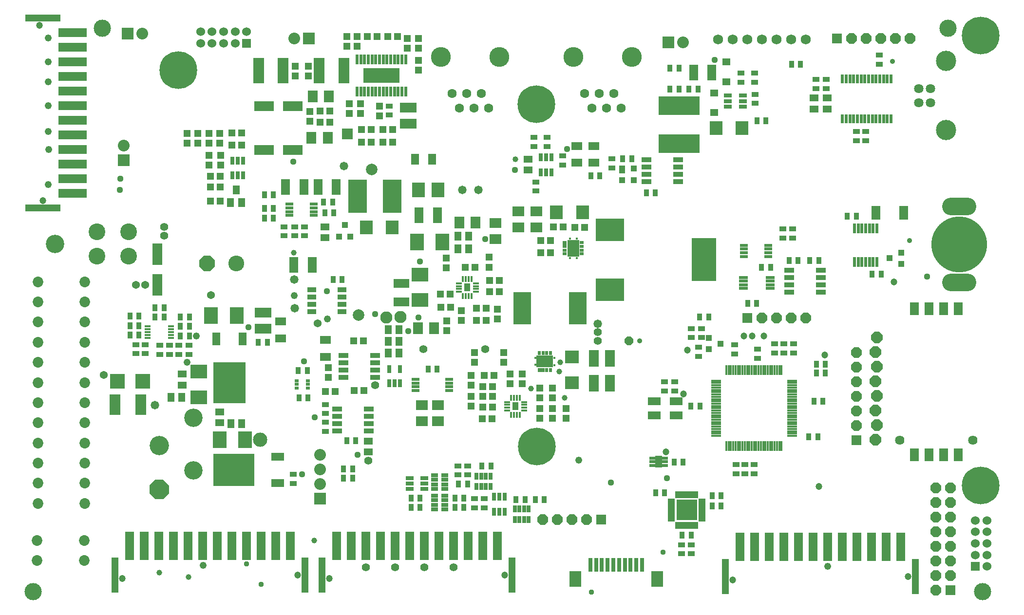
<source format=gts>
G75*
%MOIN*%
%OFA0B0*%
%FSLAX25Y25*%
%IPPOS*%
%LPD*%
%AMOC8*
5,1,8,0,0,1.08239X$1,22.5*
%
%ADD10R,0.04600X0.03800*%
%ADD11R,0.03800X0.04600*%
%ADD12R,0.04737X0.01981*%
%ADD13R,0.01981X0.04737*%
%ADD14R,0.14186X0.14186*%
%ADD15R,0.02200X0.06800*%
%ADD16C,0.12050*%
%ADD17C,0.38202*%
%ADD18R,0.05918X0.09461*%
%ADD19R,0.04300X0.03900*%
%ADD20R,0.06312X0.02296*%
%ADD21C,0.03556*%
%ADD22R,0.03162X0.05524*%
%ADD23R,0.07100X0.07100*%
%ADD24OC8,0.07100*%
%ADD25C,0.04737*%
%ADD26R,0.05524X0.02296*%
%ADD27R,0.07099X0.01745*%
%ADD28R,0.01745X0.07099*%
%ADD29R,0.08674X0.05524*%
%ADD30R,0.06000X0.06000*%
%ADD31C,0.06000*%
%ADD32R,0.02769X0.04737*%
%ADD33R,0.06312X0.08674*%
%ADD34C,0.06400*%
%ADD35R,0.05524X0.03162*%
%ADD36R,0.04737X0.02769*%
%ADD37R,0.04737X0.03950*%
%ADD38R,0.03950X0.02454*%
%ADD39R,0.06800X0.03200*%
%ADD40C,0.11811*%
%ADD41R,0.07500X0.05300*%
%ADD42R,0.04100X0.04100*%
%ADD43R,0.04100X0.05500*%
%ADD44C,0.06300*%
%ADD45C,0.13600*%
%ADD46R,0.06300X0.05100*%
%ADD47R,0.03898X0.01732*%
%ADD48R,0.01732X0.03898*%
%ADD49R,0.03950X0.05524*%
%ADD50R,0.19300X0.15800*%
%ADD51R,0.16800X0.29800*%
%ADD52R,0.05131X0.04737*%
%ADD53R,0.04737X0.05131*%
%ADD54R,0.08280X0.11824*%
%ADD55R,0.03110X0.04843*%
%ADD56R,0.03110X0.02283*%
%ADD57R,0.01732X0.01260*%
%ADD58R,0.07887X0.07099*%
%ADD59R,0.07099X0.07887*%
%ADD60R,0.11824X0.08280*%
%ADD61R,0.04843X0.03110*%
%ADD62R,0.02283X0.03110*%
%ADD63R,0.01260X0.01732*%
%ADD64R,0.07099X0.11430*%
%ADD65R,0.12217X0.22060*%
%ADD66R,0.11430X0.07099*%
%ADD67R,0.06300X0.11000*%
%ADD68R,0.11000X0.06300*%
%ADD69R,0.11600X0.09300*%
%ADD70R,0.08000X0.08000*%
%ADD71C,0.08000*%
%ADD72R,0.03162X0.02454*%
%ADD73R,0.22060X0.28359*%
%ADD74R,0.05524X0.08674*%
%ADD75R,0.28359X0.22060*%
%ADD76R,0.09300X0.11600*%
%ADD77R,0.05100X0.06300*%
%ADD78R,0.05524X0.02178*%
%ADD79R,0.03900X0.04300*%
%ADD80R,0.05524X0.01981*%
%ADD81R,0.12611X0.22847*%
%ADD82R,0.08700X0.10200*%
%ADD83R,0.08674X0.09461*%
%ADD84R,0.09461X0.08674*%
%ADD85R,0.05524X0.05131*%
%ADD86R,0.28359X0.12611*%
%ADD87R,0.01981X0.07099*%
%ADD88R,0.25091X0.10249*%
%ADD89R,0.07335X0.17414*%
%ADD90R,0.13398X0.07099*%
%ADD91R,0.02965X0.05524*%
%ADD92R,0.04737X0.06312*%
%ADD93R,0.02060X0.06312*%
%ADD94OC8,0.06000*%
%ADD95R,0.05300X0.07500*%
%ADD96C,0.05800*%
%ADD97R,0.07200X0.07200*%
%ADD98OC8,0.13200*%
%ADD99C,0.13200*%
%ADD100R,0.10249X0.10249*%
%ADD101R,0.07500X0.14186*%
%ADD102C,0.06800*%
%ADD103C,0.25800*%
%ADD104R,0.03162X0.09461*%
%ADD105R,0.07887X0.11036*%
%ADD106R,0.04331X0.01575*%
%ADD107C,0.13855*%
%ADD108C,0.06422*%
%ADD109C,0.12611*%
%ADD110C,0.11430*%
%ADD111C,0.10800*%
%ADD112OC8,0.10800*%
%ADD113R,0.07099X0.14580*%
%ADD114R,0.06312X0.03300*%
%ADD115C,0.07296*%
%ADD116R,0.19304X0.05918*%
%ADD117R,0.24422X0.05131*%
%ADD118R,0.05918X0.19304*%
%ADD119R,0.05131X0.24422*%
%ADD120OC8,0.07800*%
%ADD121C,0.03900*%
%ADD122C,0.04400*%
%ADD123C,0.03975*%
%ADD124C,0.07887*%
%ADD125C,0.04800*%
%ADD126C,0.05550*%
%ADD127C,0.03778*%
%ADD128C,0.05400*%
%ADD129C,0.09800*%
%ADD130C,0.08300*%
D10*
X0202333Y0086317D03*
X0202333Y0092517D03*
X0224114Y0121864D03*
X0224114Y0128064D03*
X0224114Y0134031D03*
X0224114Y0140231D03*
X0130982Y0174657D03*
X0123982Y0174657D03*
X0117482Y0174657D03*
X0110982Y0174657D03*
X0100982Y0175157D03*
X0094482Y0175157D03*
X0094482Y0181357D03*
X0100982Y0181357D03*
X0110982Y0180857D03*
X0117482Y0180857D03*
X0123982Y0180857D03*
X0130982Y0180857D03*
X0195831Y0255811D03*
X0195831Y0262011D03*
X0203311Y0262011D03*
X0203311Y0255811D03*
X0210004Y0255811D03*
X0210004Y0262011D03*
X0368311Y0286484D03*
X0368311Y0292684D03*
X0386713Y0304331D03*
X0386713Y0310531D03*
X0375748Y0316980D03*
X0366874Y0316980D03*
X0366874Y0323180D03*
X0375748Y0323180D03*
X0420059Y0308420D03*
X0420059Y0302220D03*
X0518232Y0346433D03*
X0518232Y0352633D03*
X0517839Y0361000D03*
X0517839Y0367200D03*
X0508390Y0367200D03*
X0508390Y0361000D03*
X0559750Y0362837D03*
X0559750Y0356637D03*
X0566837Y0356637D03*
X0566837Y0362837D03*
X0603244Y0373248D03*
X0603244Y0379448D03*
X0593795Y0327086D03*
X0587496Y0327086D03*
X0587496Y0320886D03*
X0593795Y0320886D03*
X0543982Y0260557D03*
X0537082Y0260557D03*
X0537082Y0254357D03*
X0543982Y0254357D03*
X0481382Y0192357D03*
X0474382Y0192357D03*
X0474382Y0186157D03*
X0481382Y0186157D03*
X0479650Y0179405D03*
X0479650Y0173205D03*
X0504059Y0174976D03*
X0519807Y0172023D03*
X0519807Y0178223D03*
X0531382Y0175657D03*
X0531382Y0181857D03*
X0537882Y0181857D03*
X0537882Y0175657D03*
X0544382Y0175657D03*
X0544382Y0181857D03*
X0504059Y0181176D03*
X0463193Y0155822D03*
X0456106Y0155822D03*
X0456106Y0149622D03*
X0463193Y0149622D03*
X0505059Y0099090D03*
X0505059Y0092890D03*
X0511358Y0092890D03*
X0511358Y0099090D03*
X0517657Y0099090D03*
X0517657Y0092890D03*
X0474382Y0044357D03*
X0474382Y0038157D03*
X0467882Y0038157D03*
X0467882Y0044357D03*
X0332752Y0069657D03*
X0326252Y0069657D03*
X0326252Y0075857D03*
X0332752Y0075857D03*
X0321382Y0092157D03*
X0321382Y0098357D03*
X0314882Y0098357D03*
X0314882Y0092157D03*
X0268035Y0338441D03*
X0268035Y0344641D03*
D11*
X0405809Y0296793D03*
X0412009Y0296793D03*
X0427589Y0308470D03*
X0433789Y0308470D03*
X0443731Y0285242D03*
X0449931Y0285242D03*
X0541510Y0238903D03*
X0547710Y0238903D03*
X0555683Y0238903D03*
X0561883Y0238903D03*
X0598203Y0229454D03*
X0604403Y0229454D03*
X0528813Y0234179D03*
X0522613Y0234179D03*
X0519364Y0209375D03*
X0513164Y0209375D03*
X0486482Y0200257D03*
X0480282Y0200257D03*
X0560152Y0167757D03*
X0566352Y0167757D03*
X0566352Y0161757D03*
X0560152Y0161757D03*
X0558439Y0142446D03*
X0564639Y0142446D03*
X0561096Y0118037D03*
X0554896Y0118037D03*
X0480387Y0139297D03*
X0474187Y0139297D03*
X0468970Y0100714D03*
X0462770Y0100714D03*
X0456372Y0079848D03*
X0450172Y0079848D03*
X0488754Y0077879D03*
X0494954Y0077879D03*
X0494954Y0070793D03*
X0488754Y0070793D03*
X0474482Y0050757D03*
X0468282Y0050757D03*
X0373997Y0075320D03*
X0367797Y0075320D03*
X0360836Y0075320D03*
X0354636Y0075320D03*
X0321482Y0085757D03*
X0315282Y0085757D03*
X0312782Y0076257D03*
X0318982Y0076257D03*
X0318982Y0069757D03*
X0312782Y0069757D03*
X0288982Y0069757D03*
X0282782Y0069757D03*
X0282782Y0076257D03*
X0288982Y0076257D03*
X0242739Y0089713D03*
X0236539Y0089713D03*
X0236539Y0096040D03*
X0242739Y0096040D03*
X0244931Y0115478D03*
X0238731Y0115478D03*
X0212254Y0145005D03*
X0206054Y0145005D03*
X0205660Y0163509D03*
X0211860Y0163509D03*
X0184482Y0182757D03*
X0178282Y0182757D03*
X0131082Y0187257D03*
X0124882Y0187257D03*
X0124882Y0193757D03*
X0131082Y0193757D03*
X0131082Y0200257D03*
X0124882Y0200257D03*
X0113850Y0200301D03*
X0107650Y0200301D03*
X0096582Y0200757D03*
X0090382Y0200757D03*
X0107582Y0206557D03*
X0113782Y0206557D03*
X0096582Y0194257D03*
X0090382Y0194257D03*
X0090382Y0187757D03*
X0096582Y0187757D03*
X0229487Y0225727D03*
X0235687Y0225727D03*
X0188694Y0267966D03*
X0182494Y0267966D03*
X0182494Y0274659D03*
X0188694Y0274659D03*
X0188694Y0283714D03*
X0182494Y0283714D03*
X0223046Y0278990D03*
X0229246Y0278990D03*
X0230033Y0271509D03*
X0223833Y0271509D03*
X0459982Y0356257D03*
X0466182Y0356257D03*
X0473006Y0356226D03*
X0479206Y0356226D03*
X0466214Y0370399D03*
X0460014Y0370399D03*
X0519463Y0334572D03*
X0525663Y0334572D03*
X0543085Y0373155D03*
X0549285Y0373155D03*
X0581274Y0269218D03*
X0587474Y0269218D03*
X0300667Y0164466D03*
X0294467Y0164466D03*
X0331282Y0098257D03*
X0337482Y0098257D03*
D12*
X0460949Y0074927D03*
X0460949Y0072958D03*
X0460949Y0070990D03*
X0460949Y0069021D03*
X0460949Y0067053D03*
X0460949Y0065084D03*
X0460949Y0063116D03*
X0460949Y0061147D03*
X0481815Y0061147D03*
X0481815Y0063116D03*
X0481815Y0065084D03*
X0481815Y0067053D03*
X0481815Y0069021D03*
X0481815Y0070990D03*
X0481815Y0072958D03*
X0481815Y0074927D03*
D13*
X0478272Y0078470D03*
X0476303Y0078470D03*
X0474335Y0078470D03*
X0472366Y0078470D03*
X0470398Y0078470D03*
X0468429Y0078470D03*
X0466461Y0078470D03*
X0464492Y0078470D03*
X0464492Y0057604D03*
X0466461Y0057604D03*
X0468429Y0057604D03*
X0470398Y0057604D03*
X0472366Y0057604D03*
X0474335Y0057604D03*
X0476303Y0057604D03*
X0478272Y0057604D03*
D14*
X0471382Y0068037D03*
D15*
X0586144Y0237870D03*
X0588723Y0237870D03*
X0591262Y0237870D03*
X0593841Y0237870D03*
X0596380Y0237870D03*
X0598959Y0237870D03*
X0601498Y0237870D03*
X0601498Y0260845D03*
X0598959Y0260845D03*
X0596380Y0260845D03*
X0593841Y0260845D03*
X0591262Y0260845D03*
X0588723Y0260845D03*
X0586144Y0260845D03*
D16*
X0652371Y0275911D02*
X0663621Y0275911D01*
X0663621Y0223942D02*
X0652371Y0223942D01*
D17*
X0657996Y0249927D03*
D18*
X0619807Y0271580D03*
X0600909Y0271580D03*
D19*
X0618295Y0244178D03*
X0610295Y0240378D03*
X0618295Y0236578D03*
X0494673Y0181916D03*
X0486673Y0178116D03*
X0486673Y0185716D03*
D20*
X0510188Y0219748D03*
X0510188Y0222248D03*
X0510188Y0224748D03*
X0510188Y0227248D03*
X0528439Y0227248D03*
X0528439Y0224748D03*
X0528439Y0222248D03*
X0528439Y0219748D03*
D21*
X0439295Y0183785D03*
X0623857Y0252661D03*
X0612299Y0375167D03*
D22*
X0378988Y0309581D03*
X0375248Y0309581D03*
X0371508Y0309581D03*
X0371508Y0299295D03*
X0375238Y0299295D03*
X0378988Y0299295D03*
X0275205Y0164416D03*
X0267724Y0164416D03*
X0267724Y0154918D03*
X0271465Y0154918D03*
X0275205Y0154918D03*
X0339386Y0077270D03*
X0343126Y0077270D03*
X0346866Y0077270D03*
X0346866Y0066984D03*
X0343116Y0066984D03*
X0339386Y0066984D03*
D23*
X0412949Y0061694D03*
X0587524Y0115990D03*
X0512799Y0199533D03*
X0651809Y0013136D03*
X0574102Y0390840D03*
D24*
X0584102Y0390840D03*
X0594102Y0390840D03*
X0604102Y0390840D03*
X0614102Y0390840D03*
X0624102Y0390840D03*
X0552799Y0199533D03*
X0542799Y0199533D03*
X0532799Y0199533D03*
X0522799Y0199533D03*
X0587524Y0175990D03*
X0587524Y0165990D03*
X0587524Y0155990D03*
X0587524Y0145990D03*
X0587524Y0135990D03*
X0587524Y0125990D03*
X0641809Y0083136D03*
X0651809Y0083136D03*
X0651809Y0073136D03*
X0641809Y0073136D03*
X0641809Y0063136D03*
X0651809Y0063136D03*
X0651809Y0053136D03*
X0641809Y0053136D03*
X0641809Y0043136D03*
X0651809Y0043136D03*
X0651809Y0033136D03*
X0641809Y0033136D03*
X0641809Y0023136D03*
X0651809Y0023136D03*
X0641809Y0013136D03*
X0402949Y0061694D03*
X0392949Y0061694D03*
X0382949Y0061694D03*
X0372949Y0061694D03*
D25*
X0346982Y0023405D03*
X0226982Y0021042D03*
X0205282Y0023405D03*
X0085282Y0021042D03*
X0457146Y0107913D03*
X0469201Y0147639D03*
X0471776Y0177486D03*
X0510502Y0187257D03*
X0516252Y0187257D03*
X0524138Y0187328D03*
X0565882Y0174257D03*
X0613114Y0224336D03*
X0561882Y0084257D03*
X0622982Y0022505D03*
X0502982Y0020142D03*
X0030929Y0279757D03*
X0028567Y0399757D03*
D26*
X0510674Y0249343D03*
X0510674Y0246784D03*
X0510674Y0244225D03*
X0510674Y0241666D03*
X0527308Y0241666D03*
X0527308Y0244225D03*
X0527308Y0246784D03*
X0527308Y0249343D03*
D27*
X0543429Y0156620D03*
X0543429Y0155045D03*
X0543429Y0153470D03*
X0543429Y0151895D03*
X0543429Y0150320D03*
X0543429Y0148745D03*
X0543429Y0147171D03*
X0543429Y0145596D03*
X0543429Y0144021D03*
X0543429Y0142446D03*
X0543429Y0140871D03*
X0543429Y0139297D03*
X0543429Y0137722D03*
X0543429Y0136147D03*
X0543429Y0134572D03*
X0543429Y0132997D03*
X0543429Y0131423D03*
X0543429Y0129848D03*
X0543429Y0128273D03*
X0543429Y0126698D03*
X0543429Y0125123D03*
X0543429Y0123549D03*
X0543429Y0121974D03*
X0543429Y0120399D03*
X0543429Y0118824D03*
X0491461Y0118824D03*
X0491461Y0120399D03*
X0491461Y0121974D03*
X0491461Y0123549D03*
X0491461Y0125123D03*
X0491461Y0126698D03*
X0491461Y0128273D03*
X0491461Y0129848D03*
X0491461Y0131423D03*
X0491461Y0132997D03*
X0491461Y0134572D03*
X0491461Y0136147D03*
X0491461Y0137722D03*
X0491461Y0139297D03*
X0491461Y0140871D03*
X0491461Y0142446D03*
X0491461Y0144021D03*
X0491461Y0145596D03*
X0491461Y0147171D03*
X0491461Y0148745D03*
X0491461Y0150320D03*
X0491461Y0151895D03*
X0491461Y0153470D03*
X0491461Y0155045D03*
X0491461Y0156620D03*
D28*
X0498547Y0163706D03*
X0500122Y0163706D03*
X0501697Y0163706D03*
X0503272Y0163706D03*
X0504846Y0163706D03*
X0506421Y0163706D03*
X0507996Y0163706D03*
X0509571Y0163706D03*
X0511146Y0163706D03*
X0512720Y0163706D03*
X0514295Y0163706D03*
X0515870Y0163706D03*
X0517445Y0163706D03*
X0519020Y0163706D03*
X0520594Y0163706D03*
X0522169Y0163706D03*
X0523744Y0163706D03*
X0525319Y0163706D03*
X0526894Y0163706D03*
X0528469Y0163706D03*
X0530043Y0163706D03*
X0531618Y0163706D03*
X0533193Y0163706D03*
X0534768Y0163706D03*
X0536343Y0163706D03*
X0536343Y0111738D03*
X0534768Y0111738D03*
X0533193Y0111738D03*
X0531618Y0111738D03*
X0530043Y0111738D03*
X0528469Y0111738D03*
X0526894Y0111738D03*
X0525319Y0111738D03*
X0523744Y0111738D03*
X0522169Y0111738D03*
X0520594Y0111738D03*
X0519020Y0111738D03*
X0517445Y0111738D03*
X0515870Y0111738D03*
X0514295Y0111738D03*
X0512720Y0111738D03*
X0511146Y0111738D03*
X0509571Y0111738D03*
X0507996Y0111738D03*
X0506421Y0111738D03*
X0504846Y0111738D03*
X0503272Y0111738D03*
X0501697Y0111738D03*
X0500122Y0111738D03*
X0498547Y0111738D03*
D29*
X0464295Y0132997D03*
X0449335Y0132997D03*
X0449335Y0142446D03*
X0464295Y0142446D03*
X0191614Y0104423D03*
X0191614Y0086470D03*
D30*
X0669019Y0029408D03*
X0170272Y0387675D03*
D31*
X0162398Y0387675D03*
X0154524Y0387675D03*
X0146650Y0387675D03*
X0138776Y0387675D03*
X0138776Y0395549D03*
X0146650Y0395549D03*
X0154524Y0395549D03*
X0162398Y0395549D03*
X0170272Y0395549D03*
X0669019Y0060905D03*
X0676893Y0060905D03*
X0676893Y0053031D03*
X0669019Y0053031D03*
X0669019Y0045157D03*
X0676893Y0045157D03*
X0676893Y0037282D03*
X0676893Y0029408D03*
X0669019Y0037282D03*
D32*
X0363217Y0061647D03*
X0360067Y0061647D03*
X0356917Y0061647D03*
X0353768Y0061647D03*
X0353768Y0068734D03*
X0356917Y0068734D03*
X0360067Y0068734D03*
X0363217Y0068734D03*
X0337106Y0084214D03*
X0333957Y0084214D03*
X0330807Y0084214D03*
X0327657Y0084214D03*
X0327657Y0091301D03*
X0330807Y0091301D03*
X0333957Y0091301D03*
X0337106Y0091301D03*
D33*
X0627248Y0105832D03*
X0637248Y0105832D03*
X0647248Y0105832D03*
X0657248Y0105832D03*
X0657248Y0205832D03*
X0647248Y0205832D03*
X0637248Y0205832D03*
X0627248Y0205832D03*
D34*
X0617248Y0115832D03*
X0667248Y0115832D03*
D35*
X0292025Y0089997D03*
X0292025Y0086247D03*
X0292025Y0082517D03*
X0281739Y0082517D03*
X0281739Y0086257D03*
X0281739Y0089997D03*
X0499704Y0344218D03*
X0499704Y0347958D03*
X0499704Y0351698D03*
X0509990Y0351698D03*
X0509990Y0347948D03*
X0509990Y0344218D03*
D36*
X0305925Y0091982D03*
X0305925Y0088832D03*
X0305925Y0085682D03*
X0305925Y0082533D03*
X0305925Y0077982D03*
X0305925Y0074832D03*
X0305925Y0071682D03*
X0305925Y0068533D03*
X0298839Y0068533D03*
X0298839Y0071682D03*
X0298839Y0074832D03*
X0298839Y0077982D03*
X0298839Y0082533D03*
X0298839Y0085682D03*
X0298839Y0088832D03*
X0298839Y0091982D03*
D37*
X0452091Y0099139D03*
X0452091Y0103076D03*
D38*
X0456421Y0103667D03*
X0456421Y0101108D03*
X0456421Y0098549D03*
X0447760Y0098549D03*
X0447760Y0101108D03*
X0447760Y0103667D03*
D39*
X0253812Y0122151D03*
X0253812Y0127151D03*
X0253812Y0132151D03*
X0253812Y0137151D03*
X0232212Y0137151D03*
X0232212Y0132151D03*
X0232212Y0127151D03*
X0232212Y0122151D03*
X0236543Y0158820D03*
X0236543Y0163820D03*
X0236543Y0168820D03*
X0236543Y0173820D03*
X0258143Y0173820D03*
X0258143Y0168820D03*
X0258143Y0163820D03*
X0258143Y0158820D03*
X0541684Y0217230D03*
X0541684Y0222230D03*
X0541684Y0227230D03*
X0541684Y0232230D03*
X0563284Y0232230D03*
X0563284Y0227230D03*
X0563284Y0222230D03*
X0563284Y0217230D03*
X0465505Y0292702D03*
X0465505Y0297702D03*
X0465505Y0302702D03*
X0465505Y0307702D03*
X0443905Y0307702D03*
X0443905Y0302702D03*
X0443905Y0297702D03*
X0443905Y0292702D03*
D40*
X0024138Y0012131D03*
X0673744Y0012131D03*
X0650122Y0397958D03*
X0071382Y0397958D03*
D41*
X0396315Y0317337D03*
X0407839Y0317337D03*
X0407839Y0305737D03*
X0396315Y0305737D03*
X0193382Y0197057D03*
X0193382Y0185457D03*
X0224304Y0184538D03*
X0224304Y0172938D03*
D42*
X0427126Y0293940D03*
X0435326Y0293940D03*
X0435326Y0301840D03*
D43*
X0427126Y0301040D03*
D44*
X0426402Y0343273D03*
X0416402Y0343273D03*
X0406402Y0343273D03*
X0411402Y0353273D03*
X0421402Y0353273D03*
X0401402Y0353273D03*
X0335850Y0343273D03*
X0325850Y0343273D03*
X0315850Y0343273D03*
X0310850Y0353273D03*
X0320850Y0353273D03*
X0330850Y0353273D03*
D45*
X0343350Y0378273D03*
X0303350Y0378273D03*
X0393902Y0378273D03*
X0433902Y0378273D03*
D46*
X0558569Y0350051D03*
X0558569Y0342651D03*
X0567624Y0342651D03*
X0567624Y0350051D03*
X0362831Y0308138D03*
X0362831Y0300738D03*
X0223783Y0261823D03*
X0223783Y0254423D03*
X0126161Y0161083D03*
X0126161Y0153683D03*
X0151815Y0135260D03*
X0151815Y0127860D03*
X0253579Y0115184D03*
X0253579Y0107784D03*
D47*
X0348441Y0136100D03*
X0348441Y0138068D03*
X0348441Y0140037D03*
X0348441Y0142005D03*
X0360055Y0142005D03*
X0360055Y0140037D03*
X0360055Y0138068D03*
X0360055Y0136100D03*
X0327134Y0217415D03*
X0327134Y0219383D03*
X0327134Y0221352D03*
X0327134Y0223320D03*
X0315520Y0223320D03*
X0315520Y0221352D03*
X0315520Y0219383D03*
X0315520Y0217415D03*
D48*
X0318374Y0214560D03*
X0320343Y0214560D03*
X0322311Y0214560D03*
X0324280Y0214560D03*
X0324280Y0226175D03*
X0322311Y0226175D03*
X0320343Y0226175D03*
X0318374Y0226175D03*
X0351295Y0144860D03*
X0353264Y0144860D03*
X0355232Y0144860D03*
X0357201Y0144860D03*
X0357201Y0133245D03*
X0355232Y0133245D03*
X0353264Y0133245D03*
X0351295Y0133245D03*
D49*
X0354248Y0139053D03*
X0321327Y0220368D03*
D50*
X0419033Y0218954D03*
X0419033Y0259954D03*
D51*
X0483283Y0239454D03*
D52*
X0343177Y0225092D03*
X0336484Y0225092D03*
X0336287Y0234344D03*
X0336287Y0241037D03*
X0326642Y0234147D03*
X0319949Y0234147D03*
X0306760Y0233950D03*
X0306760Y0240643D03*
X0309681Y0215923D03*
X0302988Y0215923D03*
X0303083Y0206824D03*
X0309776Y0206824D03*
X0317252Y0204604D03*
X0317252Y0197911D03*
X0327429Y0197927D03*
X0334122Y0197927D03*
X0326295Y0175864D03*
X0326295Y0169171D03*
X0323933Y0160116D03*
X0332791Y0160312D03*
X0339484Y0160312D03*
X0350705Y0161297D03*
X0350705Y0154604D03*
X0358972Y0154604D03*
X0358972Y0161297D03*
X0346374Y0169171D03*
X0346374Y0175864D03*
X0338697Y0152438D03*
X0332004Y0152438D03*
X0323933Y0153423D03*
X0332004Y0145745D03*
X0338697Y0145745D03*
X0379445Y0137675D03*
X0379445Y0130982D03*
X0388894Y0130982D03*
X0388894Y0137675D03*
X0226370Y0158749D03*
X0226370Y0165442D03*
X0152193Y0296557D03*
X0145500Y0296557D03*
X0152390Y0304234D03*
X0152390Y0310927D03*
X0220421Y0341328D03*
X0227114Y0341328D03*
X0240476Y0339375D03*
X0240476Y0346068D03*
X0248350Y0346068D03*
X0248350Y0339375D03*
X0261343Y0337801D03*
X0261343Y0344494D03*
X0287720Y0369297D03*
X0287720Y0375990D03*
X0273477Y0392322D03*
X0266784Y0392322D03*
X0259577Y0392330D03*
X0252884Y0392330D03*
D53*
X0245988Y0392131D03*
X0245988Y0385438D03*
X0238902Y0385438D03*
X0238902Y0392131D03*
X0212445Y0371848D03*
X0203390Y0371848D03*
X0203390Y0365155D03*
X0212445Y0365155D03*
X0213594Y0340950D03*
X0213594Y0334257D03*
X0220421Y0333454D03*
X0227114Y0333454D03*
X0248941Y0328549D03*
X0255634Y0328549D03*
X0263508Y0328549D03*
X0270201Y0328549D03*
X0270201Y0319887D03*
X0263508Y0319887D03*
X0255634Y0319887D03*
X0248941Y0319887D03*
X0166941Y0317816D03*
X0160248Y0317816D03*
X0151996Y0319194D03*
X0144516Y0319194D03*
X0137035Y0319194D03*
X0129555Y0319194D03*
X0129555Y0325887D03*
X0137035Y0325887D03*
X0144516Y0325887D03*
X0151996Y0325887D03*
X0160248Y0326084D03*
X0166941Y0326084D03*
X0144516Y0310927D03*
X0144516Y0304234D03*
X0145500Y0289076D03*
X0152193Y0289076D03*
X0152193Y0279627D03*
X0145500Y0279627D03*
X0327429Y0206194D03*
X0334122Y0206194D03*
X0341799Y0205604D03*
X0341799Y0198911D03*
X0307217Y0197572D03*
X0307217Y0190879D03*
X0250157Y0183781D03*
X0243465Y0183781D03*
X0243921Y0149753D03*
X0250614Y0149753D03*
X0231004Y0149336D03*
X0224311Y0149336D03*
X0323933Y0145942D03*
X0323933Y0139249D03*
X0332004Y0138659D03*
X0338697Y0138659D03*
X0338303Y0130391D03*
X0331610Y0130391D03*
X0370783Y0130982D03*
X0370783Y0137675D03*
X0370783Y0144761D03*
X0379445Y0144761D03*
X0379445Y0151454D03*
X0370783Y0151454D03*
X0343177Y0217612D03*
X0336484Y0217612D03*
X0371543Y0244332D03*
X0378236Y0244332D03*
X0378236Y0252600D03*
X0371543Y0252600D03*
X0380205Y0261773D03*
X0386898Y0261773D03*
X0394772Y0261379D03*
X0401465Y0261379D03*
X0287720Y0384257D03*
X0280240Y0384257D03*
X0280240Y0390950D03*
X0287720Y0390950D03*
D54*
X0393787Y0247206D03*
D55*
X0388000Y0249765D03*
D56*
X0388000Y0245927D03*
X0388000Y0243368D03*
X0399575Y0243368D03*
X0399575Y0245927D03*
X0399575Y0248486D03*
X0399575Y0251045D03*
D57*
X0396189Y0253742D03*
X0391465Y0253742D03*
X0391386Y0240671D03*
X0396110Y0240671D03*
D58*
X0368441Y0261466D03*
X0356236Y0261466D03*
X0340638Y0264490D03*
X0356236Y0272490D03*
X0368441Y0272490D03*
X0340638Y0253466D03*
X0301366Y0139812D03*
X0290189Y0139919D03*
X0290189Y0128895D03*
X0301366Y0128789D03*
D59*
X0298644Y0192477D03*
X0287620Y0192477D03*
X0315815Y0264856D03*
X0326839Y0264856D03*
X0225736Y0322824D03*
X0214713Y0322824D03*
X0215500Y0351171D03*
X0226524Y0351171D03*
D60*
X0374327Y0169761D03*
D61*
X0371768Y0163974D03*
D62*
X0375606Y0163974D03*
X0378165Y0163974D03*
X0378165Y0175549D03*
X0375606Y0175549D03*
X0373047Y0175549D03*
X0370488Y0175549D03*
D63*
X0367791Y0172163D03*
X0367791Y0167438D03*
X0380862Y0167360D03*
X0380862Y0172084D03*
D64*
X0407791Y0171730D03*
X0418815Y0171730D03*
X0418815Y0154801D03*
X0407791Y0154801D03*
D65*
X0396965Y0206301D03*
X0358776Y0206301D03*
D66*
X0181382Y0203269D03*
X0181382Y0192245D03*
X0280862Y0332596D03*
X0280862Y0343620D03*
D67*
X0231658Y0289226D03*
X0219058Y0289226D03*
X0209611Y0289226D03*
X0197011Y0289226D03*
X0288350Y0269934D03*
X0300950Y0269934D03*
X0215123Y0235832D03*
X0202523Y0235832D03*
X0476106Y0367643D03*
X0488706Y0367643D03*
D68*
X0276185Y0223086D03*
X0276185Y0210486D03*
D69*
X0288732Y0211771D03*
X0288750Y0229171D03*
X0137543Y0162759D03*
X0137525Y0145359D03*
D70*
X0220512Y0075987D03*
X0086299Y0307423D03*
X0212882Y0390757D03*
X0088744Y0394340D03*
X0459020Y0388116D03*
D71*
X0469020Y0388116D03*
X0202882Y0390757D03*
X0098744Y0394340D03*
X0086299Y0317423D03*
X0220512Y0105987D03*
X0220512Y0095987D03*
X0220512Y0085987D03*
D72*
X0212106Y0151501D03*
X0212106Y0154060D03*
X0212106Y0156620D03*
X0204626Y0156620D03*
X0204626Y0154060D03*
X0204626Y0151501D03*
D73*
X0158480Y0155316D03*
D74*
X0149504Y0185238D03*
X0167457Y0185238D03*
D75*
X0161693Y0095446D03*
D76*
X0169171Y0116344D03*
X0151771Y0116362D03*
X0145983Y0201362D03*
X0163383Y0201344D03*
X0286731Y0251442D03*
X0304131Y0251424D03*
D77*
X0314956Y0255458D03*
X0322356Y0255458D03*
X0322356Y0246712D03*
X0314956Y0246712D03*
X0274706Y0191670D03*
X0267306Y0191670D03*
X0267306Y0183516D03*
X0274706Y0183516D03*
X0274665Y0175446D03*
X0267265Y0175446D03*
X0167031Y0127190D03*
X0159631Y0127190D03*
X0125885Y0145037D03*
X0118485Y0145037D03*
D78*
X0285783Y0149891D03*
X0285783Y0152450D03*
X0285783Y0155009D03*
X0285783Y0157568D03*
X0308815Y0157568D03*
X0308815Y0155009D03*
X0308815Y0152450D03*
X0308815Y0149891D03*
D79*
X0241263Y0255305D03*
X0233663Y0255305D03*
X0237463Y0263305D03*
D80*
X0216088Y0269768D03*
X0216088Y0272327D03*
X0216088Y0274886D03*
X0216088Y0277445D03*
X0199454Y0277445D03*
X0199454Y0274886D03*
X0199454Y0272327D03*
X0199454Y0269768D03*
D81*
X0246224Y0282927D03*
X0269846Y0282927D03*
D82*
X0287950Y0287257D03*
X0301350Y0287257D03*
D83*
X0269846Y0261667D03*
X0252130Y0261667D03*
X0382370Y0272009D03*
X0400087Y0272009D03*
X0491461Y0329454D03*
X0509177Y0329454D03*
D84*
X0392831Y0172911D03*
X0392831Y0155194D03*
D85*
X0490280Y0340084D03*
X0490280Y0353470D03*
X0498547Y0361344D03*
X0498547Y0374730D03*
D86*
X0466264Y0344808D03*
X0466264Y0318824D03*
D87*
X0279157Y0354533D03*
X0276598Y0354533D03*
X0274039Y0354533D03*
X0271480Y0354533D03*
X0268921Y0354533D03*
X0266362Y0354533D03*
X0263803Y0354533D03*
X0261244Y0354533D03*
X0258685Y0354533D03*
X0256126Y0354533D03*
X0253567Y0354533D03*
X0251008Y0354533D03*
X0248449Y0354533D03*
X0245890Y0354533D03*
X0245890Y0376580D03*
X0248449Y0376580D03*
X0251008Y0376580D03*
X0253567Y0376580D03*
X0256126Y0376580D03*
X0258685Y0376580D03*
X0261244Y0376580D03*
X0263803Y0376580D03*
X0266362Y0376580D03*
X0268921Y0376580D03*
X0271480Y0376580D03*
X0274039Y0376580D03*
X0276598Y0376580D03*
X0279157Y0376580D03*
D88*
X0262524Y0365557D03*
D89*
X0236728Y0369013D03*
X0220035Y0369013D03*
X0195138Y0369013D03*
X0178445Y0369013D03*
D90*
X0182319Y0344478D03*
X0202004Y0344478D03*
X0202004Y0314557D03*
X0182319Y0314557D03*
D91*
X0167941Y0307336D03*
X0164201Y0307336D03*
X0160461Y0307336D03*
X0160461Y0297100D03*
X0164201Y0297100D03*
X0167941Y0297100D03*
D92*
X0163114Y0287112D03*
X0159374Y0278450D03*
X0166854Y0278450D03*
D93*
X0577949Y0335994D03*
X0580508Y0335994D03*
X0583067Y0335994D03*
X0585626Y0335994D03*
X0588185Y0335994D03*
X0590744Y0335994D03*
X0593303Y0335994D03*
X0595862Y0335994D03*
X0598421Y0335994D03*
X0600980Y0335994D03*
X0603539Y0335994D03*
X0606098Y0335994D03*
X0608657Y0335994D03*
X0611217Y0335994D03*
X0611217Y0363159D03*
X0608657Y0363159D03*
X0606098Y0363159D03*
X0603539Y0363159D03*
X0600980Y0363159D03*
X0598421Y0363159D03*
X0595862Y0363159D03*
X0593303Y0363159D03*
X0590744Y0363159D03*
X0588185Y0363159D03*
X0585626Y0363159D03*
X0583067Y0363159D03*
X0580508Y0363159D03*
X0577949Y0363159D03*
D94*
X0431815Y0183785D03*
D95*
X0297127Y0308234D03*
X0285527Y0308234D03*
D96*
X0317941Y0287352D03*
X0328965Y0287352D03*
X0237034Y0303508D03*
X0202882Y0225757D03*
X0203282Y0206157D03*
X0107685Y0139726D03*
X0410634Y0195564D03*
D97*
X0239295Y0325399D03*
D98*
X0110420Y0082108D03*
D99*
X0110420Y0112108D03*
D100*
X0099150Y0156317D03*
X0081827Y0156317D03*
D101*
X0080199Y0140145D03*
X0097799Y0140145D03*
D102*
X0492799Y0390242D03*
X0502799Y0390242D03*
X0512799Y0390242D03*
X0522799Y0390242D03*
X0532799Y0390242D03*
X0542799Y0390242D03*
X0552799Y0390242D03*
D103*
X0672667Y0392812D03*
X0368626Y0345793D03*
X0123657Y0369291D03*
X0368736Y0111383D03*
X0672622Y0084850D03*
D104*
X0440898Y0030415D03*
X0436961Y0030415D03*
X0433024Y0030415D03*
X0429087Y0030415D03*
X0425150Y0030415D03*
X0421213Y0030415D03*
X0417276Y0030415D03*
X0413339Y0030415D03*
X0409402Y0030415D03*
X0405465Y0030415D03*
D105*
X0395228Y0020966D03*
X0451134Y0020966D03*
D106*
X0118628Y0185934D03*
X0118628Y0187903D03*
X0118628Y0189871D03*
X0118628Y0191840D03*
X0118628Y0193808D03*
X0102486Y0193808D03*
X0102486Y0191840D03*
X0102486Y0189871D03*
X0102486Y0187903D03*
X0102486Y0185934D03*
D107*
X0648882Y0328057D03*
X0648882Y0375458D03*
D108*
X0638213Y0356679D03*
X0630339Y0356679D03*
X0630339Y0346836D03*
X0638213Y0346836D03*
D109*
X0133782Y0131357D03*
X0133782Y0095157D03*
X0039260Y0250108D03*
D110*
X0068000Y0258375D03*
X0089654Y0258375D03*
X0089654Y0241840D03*
X0068000Y0241840D03*
D111*
X0163071Y0236952D03*
D112*
X0143071Y0236952D03*
D113*
X0109087Y0243320D03*
X0109087Y0222060D03*
D114*
X0214781Y0219005D03*
X0214781Y0214005D03*
X0214781Y0209005D03*
X0214781Y0204005D03*
X0235648Y0204005D03*
X0235648Y0209005D03*
X0235648Y0214005D03*
X0235648Y0219005D03*
D115*
X0059665Y0224257D03*
X0059665Y0210478D03*
X0059665Y0196698D03*
X0027382Y0196698D03*
X0027382Y0210478D03*
X0027382Y0224257D03*
X0027382Y0182919D03*
X0027382Y0169139D03*
X0027382Y0155360D03*
X0059665Y0155360D03*
X0059665Y0169139D03*
X0059665Y0182919D03*
X0059665Y0141580D03*
X0059665Y0127801D03*
X0059665Y0114021D03*
X0027382Y0114021D03*
X0027382Y0127801D03*
X0027382Y0141580D03*
X0027382Y0100242D03*
X0027382Y0086462D03*
X0027382Y0072682D03*
X0059665Y0072682D03*
X0059665Y0086462D03*
X0059665Y0100242D03*
X0059165Y0047257D03*
X0059165Y0033478D03*
X0026882Y0033478D03*
X0026882Y0047257D03*
D116*
X0051205Y0284757D03*
X0051205Y0294757D03*
X0051205Y0304757D03*
X0051205Y0314757D03*
X0051205Y0324757D03*
X0051205Y0334757D03*
X0051205Y0344757D03*
X0051205Y0354757D03*
X0051205Y0364757D03*
X0051205Y0374757D03*
X0051205Y0384757D03*
X0051205Y0394757D03*
D117*
X0030929Y0404757D03*
X0030929Y0274757D03*
D118*
X0090282Y0043680D03*
X0100282Y0043680D03*
X0110282Y0043680D03*
X0120282Y0043680D03*
X0130282Y0043680D03*
X0140282Y0043680D03*
X0150282Y0043680D03*
X0160282Y0043680D03*
X0170282Y0043680D03*
X0180282Y0043680D03*
X0190282Y0043680D03*
X0200282Y0043680D03*
X0231982Y0043680D03*
X0241982Y0043680D03*
X0251982Y0043680D03*
X0261982Y0043680D03*
X0271982Y0043680D03*
X0281982Y0043680D03*
X0291982Y0043680D03*
X0301982Y0043680D03*
X0311982Y0043680D03*
X0321982Y0043680D03*
X0331982Y0043680D03*
X0341982Y0043680D03*
X0507982Y0042780D03*
X0517982Y0042780D03*
X0527982Y0042780D03*
X0537982Y0042780D03*
X0547982Y0042780D03*
X0557982Y0042780D03*
X0567982Y0042780D03*
X0577982Y0042780D03*
X0587982Y0042780D03*
X0597982Y0042780D03*
X0607982Y0042780D03*
X0617982Y0042780D03*
D119*
X0627982Y0022505D03*
X0497982Y0022505D03*
X0351982Y0023405D03*
X0221982Y0023405D03*
X0210282Y0023405D03*
X0080282Y0023405D03*
D120*
X0600382Y0116257D03*
X0601382Y0126257D03*
X0600382Y0136257D03*
X0601382Y0146257D03*
X0600382Y0156257D03*
X0601382Y0166257D03*
X0600382Y0176257D03*
X0601382Y0186257D03*
D121*
X0384752Y0169257D03*
X0384252Y0162757D03*
X0364752Y0151257D03*
X0387752Y0144757D03*
X0216482Y0047157D03*
X0130482Y0022157D03*
X0110382Y0025057D03*
X0202552Y0244357D03*
D122*
X0225282Y0217857D03*
X0258282Y0202257D03*
X0280982Y0190457D03*
X0287752Y0199957D03*
X0209482Y0169757D03*
X0171682Y0193257D03*
X0288752Y0238157D03*
X0333652Y0253457D03*
X0353882Y0300757D03*
X0389382Y0315257D03*
X0490382Y0376257D03*
X0202152Y0306457D03*
X0083882Y0294757D03*
X0083382Y0287257D03*
X0216882Y0131557D03*
X0246082Y0105957D03*
X0208082Y0092457D03*
X0419552Y0086757D03*
X0457752Y0089857D03*
X0635752Y0227757D03*
D123*
X0354252Y0308257D03*
D124*
X0255882Y0301257D03*
X0246882Y0201557D03*
D125*
X0225382Y0198757D03*
X0202882Y0214757D03*
X0135882Y0187257D03*
X0129382Y0169257D03*
X0397382Y0102257D03*
X0567882Y0029657D03*
X0140382Y0030157D03*
X0034382Y0290757D03*
X0034882Y0314757D03*
X0034382Y0327257D03*
X0034382Y0344757D03*
X0034382Y0361257D03*
X0034382Y0374757D03*
X0034382Y0391257D03*
D126*
X0113882Y0261757D03*
X0113882Y0255757D03*
X0291182Y0178157D03*
X0333382Y0178257D03*
X0410634Y0183757D03*
X0410634Y0189757D03*
X0258082Y0153457D03*
X0253382Y0101757D03*
X0251982Y0028857D03*
X0271982Y0028857D03*
X0291982Y0028857D03*
X0311982Y0028857D03*
D127*
X0406182Y0011957D03*
X0455082Y0039057D03*
X0180282Y0017157D03*
X0170282Y0031057D03*
D128*
X0072582Y0160657D03*
X0145882Y0215257D03*
X0100882Y0222257D03*
X0094382Y0222257D03*
X0218882Y0195757D03*
D129*
X0179382Y0116057D03*
D130*
X0265982Y0199857D03*
X0275682Y0200357D03*
M02*

</source>
